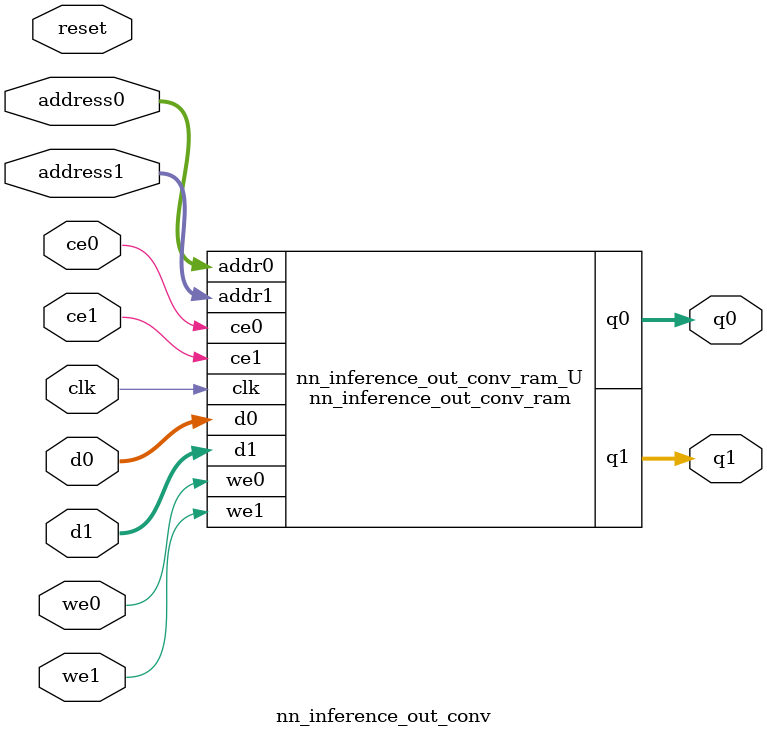
<source format=v>
`timescale 1 ns / 1 ps
module nn_inference_out_conv_ram (addr0, ce0, d0, we0, q0, addr1, ce1, d1, we1, q1,  clk);

parameter DWIDTH = 32;
parameter AWIDTH = 11;
parameter MEM_SIZE = 1620;

input[AWIDTH-1:0] addr0;
input ce0;
input[DWIDTH-1:0] d0;
input we0;
output reg[DWIDTH-1:0] q0;
input[AWIDTH-1:0] addr1;
input ce1;
input[DWIDTH-1:0] d1;
input we1;
output reg[DWIDTH-1:0] q1;
input clk;

reg [DWIDTH-1:0] ram[0:MEM_SIZE-1];




always @(posedge clk)  
begin 
    if (ce0) begin
        if (we0) 
            ram[addr0] <= d0; 
        q0 <= ram[addr0];
    end
end


always @(posedge clk)  
begin 
    if (ce1) begin
        if (we1) 
            ram[addr1] <= d1; 
        q1 <= ram[addr1];
    end
end


endmodule

`timescale 1 ns / 1 ps
module nn_inference_out_conv(
    reset,
    clk,
    address0,
    ce0,
    we0,
    d0,
    q0,
    address1,
    ce1,
    we1,
    d1,
    q1);

parameter DataWidth = 32'd32;
parameter AddressRange = 32'd1620;
parameter AddressWidth = 32'd11;
input reset;
input clk;
input[AddressWidth - 1:0] address0;
input ce0;
input we0;
input[DataWidth - 1:0] d0;
output[DataWidth - 1:0] q0;
input[AddressWidth - 1:0] address1;
input ce1;
input we1;
input[DataWidth - 1:0] d1;
output[DataWidth - 1:0] q1;



nn_inference_out_conv_ram nn_inference_out_conv_ram_U(
    .clk( clk ),
    .addr0( address0 ),
    .ce0( ce0 ),
    .we0( we0 ),
    .d0( d0 ),
    .q0( q0 ),
    .addr1( address1 ),
    .ce1( ce1 ),
    .we1( we1 ),
    .d1( d1 ),
    .q1( q1 ));

endmodule


</source>
